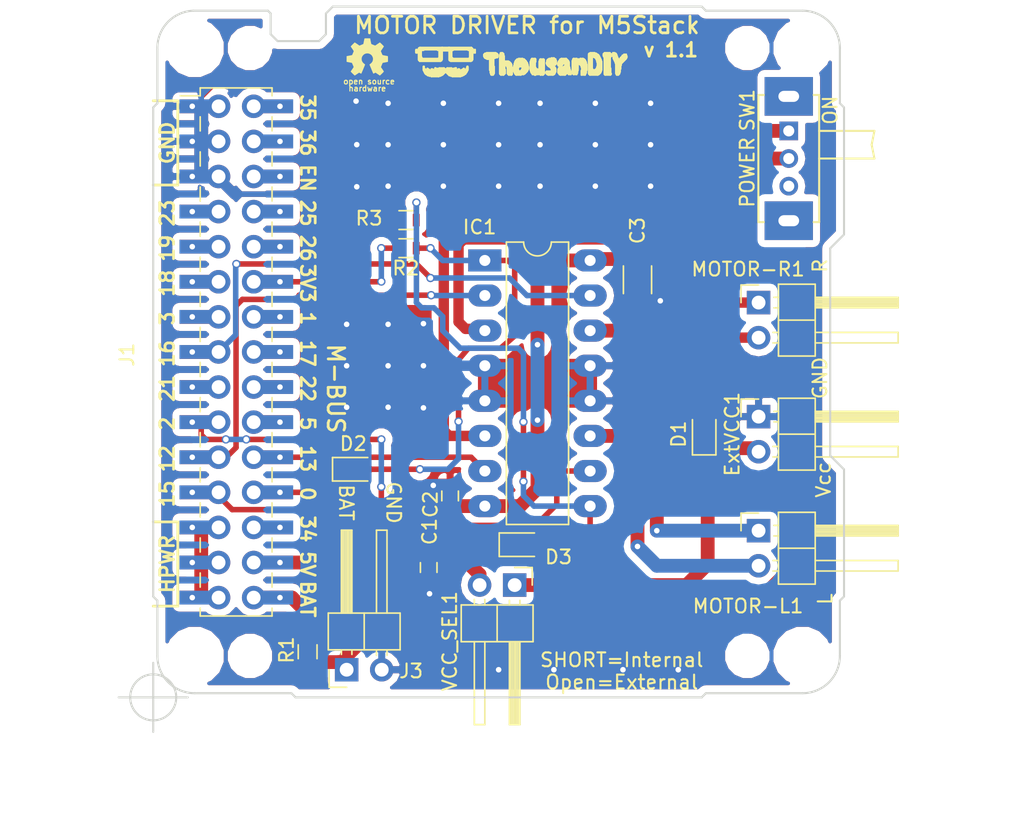
<source format=kicad_pcb>
(kicad_pcb (version 4) (host pcbnew 4.0.7)
  (title_block (title "Motor Driver for M5Stack") (date 2018-09-06) (rev v0.2))
  (layers (0 F.Cu signal) (31 B.Cu signal) (34 B.Paste user) (35 F.Paste user) (36 B.SilkS user) (37 F.SilkS user) (38 B.Mask user) (39 F.Mask user) (44 Edge.Cuts user))
  (net 0 "")
  (net 1 GND)
  (net 2 /+5V)
  (net 3 "Net-(J1-Pad2)")
  (net 4 "Net-(J1-Pad4)")
  (net 5 "Net-(J1-Pad8)")
  (net 6 "Net-(J1-Pad10)")
  (net 7 "Net-(J1-Pad13)")
  (net 8 "Net-(J1-Pad14)")
  (net 9 "Net-(J1-Pad17)")
  (net 10 "Net-(J1-Pad18)")
  (net 11 "Net-(J1-Pad25)")
  (net 12 "Net-(J1-Pad26)")
  (net 13 "Net-(J1-Pad30)")
  (net 14 /VCC)
  (net 15 IO0)
  (net 16 IO2)
  (net 17 IO12)
  (net 18 IO15)
  (net 19 "Net-(IC1-Pad3)")
  (net 20 "Net-(IC1-Pad11)")
  (net 21 "Net-(IC1-Pad6)")
  (net 22 "Net-(IC1-Pad14)")
  (net 23 IO13)
  (net 24 IO16)
  (net 25 "Net-(J1-Pad11)")
  (net 26 "Net-(J1-Pad9)")
  (net 27 "Net-(J1-Pad7)")
  (net 28 "Net-(J1-Pad6)")
  (net 29 "Net-(J1-Pad16)")
  (net 30 "Net-(J1-Pad20)")
  (net 31 "Net-(J3-Pad1)")
  (net 32 "Net-(D2-Pad2)")
  (net 33 "Net-(D3-Pad2)")
  (net 34 /+3.3V)
  (module Mounting_Holes:MountingHole_3.2mm_M3 (layer F.Cu) (at 107 130)
    (fp_text reference MK1 hide)
    (fp_text value Mounting_Hole)
    (pad 1 np_thru_hole circle (at 0 0) (size 3.2 3.2) (drill 3.2) (layers *.Cu *.Mask))
  )
  (module Capacitors_SMD:C_0603 (layer F.Cu) (at 123.939 123.602 270)
    (fp_text reference C1 (at -2.602 -0.061 270) (layer F.SilkS))
    (fp_text value 10uF)
    (pad 2 smd rect (at 0.75 0 270) (size 0.8 0.75) (layers F.Cu F.Paste F.Mask) (net 1 GND))
    (pad 1 smd rect (at -0.75 0 270) (size 0.8 0.75) (layers F.Cu F.Paste F.Mask) (net 2 /+5V))
  )
  (module Mounting_Holes:MountingHole_3.2mm_M3 (layer F.Cu) (at 107 86)
    (fp_text reference MK2 hide)
    (fp_text value Mounting_Hole)
    (pad 1 np_thru_hole circle (at 0 0) (size 3.2 3.2) (drill 3.2) (layers *.Cu *.Mask))
  )
  (module Mounting_Holes:MountingHole_3.2mm_M3 (layer F.Cu) (at 151 86)
    (fp_text reference MK3 hide)
    (fp_text value Mounting_Hole)
    (pad 1 np_thru_hole circle (at 0 0) (size 3.2 3.2) (drill 3.2) (layers *.Cu *.Mask))
  )
  (module Mounting_Holes:MountingHole_3.2mm_M3 (layer F.Cu) (at 151 130)
    (fp_text reference MK4 hide)
    (fp_text value Mounting_Hole)
    (pad 1 np_thru_hole circle (at 0 0) (size 3.2 3.2) (drill 3.2) (layers *.Cu *.Mask))
  )
  (module Mounting_Holes:MountingHole_2.2mm_M2 (layer F.Cu) (at 111 130)
    (fp_text reference MK5 hide)
    (fp_text value Mounting_Hole)
    (pad 1 np_thru_hole circle (at 0 0) (size 2.2 2.2) (drill 2.2) (layers *.Cu *.Mask))
  )
  (module Mounting_Holes:MountingHole_2.2mm_M2 (layer F.Cu) (at 111 86)
    (fp_text reference MK6 hide)
    (fp_text value Mounting_Hole)
    (pad 1 np_thru_hole circle (at 0 0) (size 2.2 2.2) (drill 2.2) (layers *.Cu *.Mask))
  )
  (module Mounting_Holes:MountingHole_2.2mm_M2 (layer F.Cu) (at 147 86)
    (fp_text reference MK7 hide)
    (fp_text value Mounting_Hole)
    (pad 1 np_thru_hole circle (at 0 0) (size 2.2 2.2) (drill 2.2) (layers *.Cu *.Mask))
  )
  (module Mounting_Holes:MountingHole_2.2mm_M2 (layer F.Cu) (at 147 130)
    (fp_text reference MK8 hide)
    (fp_text value Mounting_Hole)
    (pad 1 np_thru_hole circle (at 0 0) (size 2.2 2.2) (drill 2.2) (layers *.Cu *.Mask))
  )
  (module Pin_Headers:Pin_Header_Angled_1x02_Pitch2.54mm (layer F.Cu) (at 118 131 90)
    (fp_text reference J3 (at -0.095 4.669 180) (layer F.SilkS))
    (fp_text value Battery)
    (pad 1 thru_hole rect (at 0 0 90) (size 1.7 1.7) (drill 1) (layers *.Cu *.Mask) (net 31 "Net-(J3-Pad1)"))
    (pad 2 thru_hole oval (at 0 2.54 90) (size 1.7 1.7) (drill 1) (layers *.Cu *.Mask) (net 1 GND))
  )
  (module footprint:OSHW-logo_silkscreen-front_3mm (layer F.Cu) (at 119.494 86.645)
    (fp_text reference LOGO1 hide)
    (fp_text value OPEN_HARDWARE_1 hide)
  )
  (module Capacitors_SMD:C_1206 (layer F.Cu) (at 139.052 102.774 270)
    (fp_text reference C3 (at -3.556 0 270) (layer F.SilkS))
    (fp_text value 100uF)
    (pad 1 smd rect (at -1.5 0 270) (size 1 1.6) (layers F.Cu F.Paste F.Mask) (net 14 /VCC))
    (pad 2 smd rect (at 1.5 0 270) (size 1 1.6) (layers F.Cu F.Paste F.Mask) (net 1 GND))
  )
  (module Pin_Headers:Pin_Header_Angled_1x02_Pitch2.54mm (layer F.Cu) (at 147.815 112.68)
    (fp_text reference ExtVCC1 (at -1.905 1.27 90) (layer F.SilkS))
    (fp_text value Terminal_01X02_FEMALE)
    (pad 1 thru_hole rect (at 0 0) (size 1.7 1.7) (drill 1) (layers *.Cu *.Mask) (net 1 GND))
    (pad 2 thru_hole oval (at 0 2.54) (size 1.7 1.7) (drill 1) (layers *.Cu *.Mask) (net 14 /VCC))
  )
  (module Housings_DIP:DIP-16_W7.62mm_LongPads (layer F.Cu) (at 128.003 101.377)
    (fp_text reference IC1 (at -0.381 -2.413) (layer F.SilkS))
    (fp_text value L293D)
    (pad 1 thru_hole rect (at 0 0) (size 2.4 1.6) (drill 0.8) (layers *.Cu *.Mask) (net 32 "Net-(D2-Pad2)"))
    (pad 9 thru_hole oval (at 7.62 17.78) (size 2.4 1.6) (drill 0.8) (layers *.Cu *.Mask) (net 33 "Net-(D3-Pad2)"))
    (pad 2 thru_hole oval (at 0 2.54) (size 2.4 1.6) (drill 0.8) (layers *.Cu *.Mask) (net 17 IO12))
    (pad 10 thru_hole oval (at 7.62 15.24) (size 2.4 1.6) (drill 0.8) (layers *.Cu *.Mask) (net 16 IO2))
    (pad 3 thru_hole oval (at 0 5.08) (size 2.4 1.6) (drill 0.8) (layers *.Cu *.Mask) (net 19 "Net-(IC1-Pad3)"))
    (pad 11 thru_hole oval (at 7.62 12.7) (size 2.4 1.6) (drill 0.8) (layers *.Cu *.Mask) (net 20 "Net-(IC1-Pad11)"))
    (pad 4 thru_hole oval (at 0 7.62) (size 2.4 1.6) (drill 0.8) (layers *.Cu *.Mask) (net 1 GND))
    (pad 12 thru_hole oval (at 7.62 10.16) (size 2.4 1.6) (drill 0.8) (layers *.Cu *.Mask) (net 1 GND))
    (pad 5 thru_hole oval (at 0 10.16) (size 2.4 1.6) (drill 0.8) (layers *.Cu *.Mask) (net 1 GND))
    (pad 13 thru_hole oval (at 7.62 7.62) (size 2.4 1.6) (drill 0.8) (layers *.Cu *.Mask) (net 1 GND))
    (pad 6 thru_hole oval (at 0 12.7) (size 2.4 1.6) (drill 0.8) (layers *.Cu *.Mask) (net 21 "Net-(IC1-Pad6)"))
    (pad 14 thru_hole oval (at 7.62 5.08) (size 2.4 1.6) (drill 0.8) (layers *.Cu *.Mask) (net 22 "Net-(IC1-Pad14)"))
    (pad 7 thru_hole oval (at 0 15.24) (size 2.4 1.6) (drill 0.8) (layers *.Cu *.Mask) (net 23 IO13))
    (pad 15 thru_hole oval (at 7.62 2.54) (size 2.4 1.6) (drill 0.8) (layers *.Cu *.Mask) (net 24 IO16))
    (pad 8 thru_hole oval (at 0 17.78) (size 2.4 1.6) (drill 0.8) (layers *.Cu *.Mask) (net 14 /VCC))
    (pad 16 thru_hole oval (at 7.62 0) (size 2.4 1.6) (drill 0.8) (layers *.Cu *.Mask) (net 14 /VCC))
  )
  (module footprint:TDIY-LOGO-S (layer F.Cu) (at 122.669 88.423)
    (fp_text reference LOGO_TDIY1 hide)
    (fp_text value TDIY_LOGO hide)
  )
  (module Pin_Headers:Pin_Header_Angled_1x02_Pitch2.54mm (layer F.Cu) (at 147.815 120.935)
    (fp_text reference MOTOR-L1 (at -0.762 5.461) (layer F.SilkS))
    (fp_text value Terminal_01X02_FEMALE)
    (pad 1 thru_hole rect (at 0 0) (size 1.7 1.7) (drill 1) (layers *.Cu *.Mask) (net 22 "Net-(IC1-Pad14)"))
    (pad 2 thru_hole oval (at 0 2.54) (size 1.7 1.7) (drill 1) (layers *.Cu *.Mask) (net 20 "Net-(IC1-Pad11)"))
  )
  (module Pin_Headers:Pin_Header_Angled_1x02_Pitch2.54mm (layer F.Cu) (at 147.815 104.425)
    (fp_text reference MOTOR-R1 (at -0.762 -2.413 180) (layer F.SilkS))
    (fp_text value Terminal_01X02_FEMALE)
    (pad 1 thru_hole rect (at 0 0) (size 1.7 1.7) (drill 1) (layers *.Cu *.Mask) (net 21 "Net-(IC1-Pad6)"))
    (pad 2 thru_hole oval (at 0 2.54) (size 1.7 1.7) (drill 1) (layers *.Cu *.Mask) (net 19 "Net-(IC1-Pad3)"))
  )
  (module Capacitors_SMD:C_0603 (layer F.Cu) (at 125.4884 118.4204 90)
    (fp_text reference C2 (at -0.6096 -1.4224 90) (layer F.SilkS))
    (fp_text value 10uF)
    (pad 2 smd rect (at 0.75 0 90) (size 0.8 0.75) (layers F.Cu F.Paste F.Mask) (net 1 GND))
    (pad 1 smd rect (at -0.75 0 90) (size 0.8 0.75) (layers F.Cu F.Paste F.Mask) (net 14 /VCC))
  )
  (module Resistors_SMD:R_0603 (layer F.Cu) (at 115.176 129.698 270)
    (fp_text reference R1 (at -0.127 1.524 270) (layer F.SilkS))
    (fp_text value 0)
    (pad 1 smd rect (at -0.75 0 270) (size 0.5 0.9) (layers F.Cu F.Paste F.Mask) (net 13 "Net-(J1-Pad30)"))
    (pad 2 smd rect (at 0.75 0 270) (size 0.5 0.9) (layers F.Cu F.Paste F.Mask) (net 31 "Net-(J3-Pad1)"))
  )
  (module footprint:slide_switch_angled (layer F.Cu) (at 150 92)
    (fp_text reference SW1 (at -3 -1.5 90) (layer F.SilkS))
    (fp_text value SK-12D01-VG4)
    (pad GND thru_hole rect (at 0 6.5 90) (size 2.8 3.5) (drill oval 0.8 1.5) (layers *.Cu *.Mask))
    (pad 1 thru_hole rect (at 0 0) (size 1.35 1.35) (drill 0.8) (layers *.Cu *.Mask) (net 13 "Net-(J1-Pad30)"))
    (pad 2 thru_hole oval (at 0 2) (size 1.35 1.35) (drill 0.8) (layers *.Cu *.Mask) (net 31 "Net-(J3-Pad1)"))
    (pad 3 thru_hole oval (at 0 4) (size 1.35 1.35) (drill 0.8) (layers *.Cu *.Mask))
    (pad GND thru_hole rect (at 0 -2.5 90) (size 2.8 3.5) (drill oval 0.8 1.5) (layers *.Cu *.Mask))
  )
  (module Diodes_SMD:D_SOD-323 (layer F.Cu) (at 143.878 113.95 90)
    (fp_text reference D1 (at 0 -1.85 90) (layer F.SilkS))
    (fp_text value 1N4148)
    (pad 1 smd rect (at -1.05 0 90) (size 0.6 0.45) (layers F.Cu F.Paste F.Mask) (net 14 /VCC))
    (pad 2 smd rect (at 1.05 0 90) (size 0.6 0.45) (layers F.Cu F.Paste F.Mask) (net 1 GND))
  )
  (module Diodes_SMD:D_SOD-323 (layer F.Cu) (at 118.478 116.49)
    (fp_text reference D2 (at 0 -1.85) (layer F.SilkS))
    (fp_text value 1N4148)
    (pad 1 smd rect (at -1.05 0) (size 0.6 0.45) (layers F.Cu F.Paste F.Mask) (net 15 IO0))
    (pad 2 smd rect (at 1.05 0) (size 0.6 0.45) (layers F.Cu F.Paste F.Mask) (net 32 "Net-(D2-Pad2)"))
  )
  (module Diodes_SMD:D_SOD-323 (layer F.Cu) (at 130.543 121.951)
    (fp_text reference D3 (at 2.794 0.889) (layer F.SilkS))
    (fp_text value 1N4148)
    (pad 1 smd rect (at -1.05 0) (size 0.6 0.45) (layers F.Cu F.Paste F.Mask) (net 18 IO15))
    (pad 2 smd rect (at 1.05 0) (size 0.6 0.45) (layers F.Cu F.Paste F.Mask) (net 33 "Net-(D3-Pad2)"))
  )
  (module Resistors_SMD:R_0603 (layer F.Cu) (at 122.288 100.488 180)
    (fp_text reference R2 (at 0 -1.45 180) (layer F.SilkS))
    (fp_text value 10k)
    (pad 1 smd rect (at -0.75 0 180) (size 0.5 0.9) (layers F.Cu F.Paste F.Mask) (net 32 "Net-(D2-Pad2)"))
    (pad 2 smd rect (at 0.75 0 180) (size 0.5 0.9) (layers F.Cu F.Paste F.Mask) (net 34 /+3.3V))
  )
  (module Resistors_SMD:R_0603 (layer F.Cu) (at 122.288 98.456 180)
    (fp_text reference R3 (at 2.667 0.127 180) (layer F.SilkS))
    (fp_text value 10k)
    (pad 1 smd rect (at -0.75 0 180) (size 0.5 0.9) (layers F.Cu F.Paste F.Mask) (net 33 "Net-(D3-Pad2)"))
    (pad 2 smd rect (at 0.75 0 180) (size 0.5 0.9) (layers F.Cu F.Paste F.Mask) (net 34 /+3.3V))
  )
  (module Pin_Headers:Pin_Header_Angled_1x02_Pitch2.54mm (layer F.Cu) (at 130.162 124.872 270)
    (fp_text reference VCC_SEL1 (at 4.064 4.699 270) (layer F.SilkS))
    (fp_text value Terminal_01X02_FEMALE)
    (pad 1 thru_hole rect (at 0 0 270) (size 1.7 1.7) (drill 1) (layers *.Cu *.Mask) (net 14 /VCC))
    (pad 2 thru_hole oval (at 0 2.54 270) (size 1.7 1.7) (drill 1) (layers *.Cu *.Mask) (net 2 /+5V))
  )
  (module footprint:Pin_Header_MBUS_SMD_TH (layer F.Cu) (at 110 108)
    (fp_text reference J1 (at -7.9 0.2 270) (layer F.SilkS))
    (fp_text value M-BUS)
    (pad "" np_thru_hole circle (at 0 13.97) (size 0.8 0.8) (drill 0.8) (layers *.Cu *.Mask))
    (pad "" np_thru_hole circle (at 0 16.51) (size 1 1) (drill 1) (layers *.Cu *.Mask))
    (pad "" np_thru_hole circle (at 0 -13.97) (size 0.8 0.8) (drill 0.8) (layers *.Cu *.Mask))
    (pad 1 smd rect (at -2.525 -17.78) (size 3.15 1) (layers B.Cu B.Paste B.Mask) (net 1 GND))
    (pad 1 smd rect (at -2.525 -17.78) (size 3.15 1) (layers F.Cu F.Paste F.Mask) (net 1 GND))
    (pad 11 smd rect (at -2.525 -5.08) (size 3.15 1) (layers F.Cu F.Paste F.Mask) (net 25 "Net-(J1-Pad11)"))
    (pad 9 smd rect (at -2.525 -7.62) (size 3.15 1) (layers F.Cu F.Paste F.Mask) (net 26 "Net-(J1-Pad9)"))
    (pad 7 smd rect (at -2.525 -10.16) (size 3.15 1) (layers F.Cu F.Paste F.Mask) (net 27 "Net-(J1-Pad7)"))
    (pad 5 smd rect (at -2.525 -12.7) (size 3.15 1) (layers F.Cu F.Paste F.Mask) (net 1 GND))
    (pad 3 smd rect (at -2.525 -15.24) (size 3.15 1) (layers F.Cu F.Paste F.Mask) (net 1 GND))
    (pad 1 thru_hole circle (at -3.175 -17.78) (size 0.8 0.8) (drill 0.4) (layers *.Cu *.Mask) (net 1 GND))
    (pad 2 smd rect (at 2.525 -17.78) (size 3.15 1) (layers F.Cu F.Paste F.Mask) (net 3 "Net-(J1-Pad2)"))
    (pad 4 smd rect (at 2.525 -15.24) (size 3.15 1) (layers F.Cu F.Paste F.Mask) (net 4 "Net-(J1-Pad4)"))
    (pad 6 smd rect (at 2.525 -12.7) (size 3.15 1) (layers F.Cu F.Paste F.Mask) (net 28 "Net-(J1-Pad6)"))
    (pad 8 smd rect (at 2.525 -10.16) (size 3.15 1) (layers F.Cu F.Paste F.Mask) (net 5 "Net-(J1-Pad8)"))
    (pad 10 smd rect (at 2.525 -7.62) (size 3.15 1) (layers F.Cu F.Paste F.Mask) (net 6 "Net-(J1-Pad10)"))
    (pad 12 smd rect (at 2.525 -5.08) (size 3.15 1) (layers F.Cu F.Paste F.Mask) (net 34 /+3.3V))
    (pad 13 smd rect (at -2.525 -2.54) (size 3.15 1) (layers F.Cu F.Paste F.Mask) (net 7 "Net-(J1-Pad13)"))
    (pad 14 smd rect (at 2.525 -2.54) (size 3.15 1) (layers F.Cu F.Paste F.Mask) (net 8 "Net-(J1-Pad14)"))
    (pad 15 smd rect (at -2.525 0) (size 3.15 1) (layers F.Cu F.Paste F.Mask) (net 24 IO16))
    (pad 16 smd rect (at 2.525 0) (size 3.15 1) (layers F.Cu F.Paste F.Mask) (net 29 "Net-(J1-Pad16)"))
    (pad 17 smd rect (at -2.525 2.54) (size 3.15 1) (layers F.Cu F.Paste F.Mask) (net 9 "Net-(J1-Pad17)"))
    (pad 18 smd rect (at 2.525 2.54) (size 3.15 1) (layers F.Cu F.Paste F.Mask) (net 10 "Net-(J1-Pad18)"))
    (pad 19 smd rect (at -2.525 5.08) (size 3.15 1) (layers F.Cu F.Paste F.Mask) (net 16 IO2))
    (pad 20 smd rect (at 2.525 5.08) (size 3.15 1) (layers F.Cu F.Paste F.Mask) (net 30 "Net-(J1-Pad20)"))
    (pad 21 smd rect (at -2.525 7.62) (size 3.15 1) (layers F.Cu F.Paste F.Mask) (net 17 IO12))
    (pad 22 smd rect (at 2.525 7.62) (size 3.15 1) (layers F.Cu F.Paste F.Mask) (net 23 IO13))
    (pad 23 smd rect (at -2.525 10.16) (size 3.15 1) (layers F.Cu F.Paste F.Mask) (net 18 IO15))
    (pad 24 smd rect (at 2.525 10.16) (size 3.15 1) (layers F.Cu F.Paste F.Mask) (net 15 IO0))
    (pad 25 smd rect (at -2.525 12.7) (size 3.15 1) (layers F.Cu F.Paste F.Mask) (net 11 "Net-(J1-Pad25)"))
    (pad 26 smd rect (at 2.525 12.7) (size 3.15 1) (layers F.Cu F.Paste F.Mask) (net 12 "Net-(J1-Pad26)"))
    (pad 27 smd rect (at -2.525 15.24) (size 3.15 1) (layers F.Cu F.Paste F.Mask) (net 11 "Net-(J1-Pad25)"))
    (pad 28 smd rect (at 2.525 15.24) (size 3.15 1) (layers F.Cu F.Paste F.Mask) (net 2 /+5V))
    (pad 29 smd rect (at -2.525 17.78) (size 3.15 1) (layers F.Cu F.Paste F.Mask) (net 11 "Net-(J1-Pad25)"))
    (pad 30 smd rect (at 2.525 17.78) (size 3.15 1) (layers F.Cu F.Paste F.Mask) (net 13 "Net-(J1-Pad30)"))
    (pad 2 smd rect (at 2.555 -17.78) (size 3.15 1) (layers B.Cu B.Paste B.Mask) (net 3 "Net-(J1-Pad2)"))
    (pad 3 smd rect (at -2.525 -15.24) (size 3.15 1) (layers B.Cu B.Paste B.Mask) (net 1 GND))
    (pad 4 smd rect (at 2.555 -15.24) (size 3.15 1) (layers B.Cu B.Paste B.Mask) (net 4 "Net-(J1-Pad4)"))
    (pad 5 smd rect (at -2.525 -12.7) (size 3.15 1) (layers B.Cu B.Paste B.Mask) (net 1 GND))
    (pad 6 smd rect (at 2.555 -12.7) (size 3.15 1) (layers B.Cu B.Paste B.Mask) (net 28 "Net-(J1-Pad6)"))
    (pad 7 smd rect (at -2.525 -10.16) (size 3.15 1) (layers B.Cu B.Paste B.Mask) (net 27 "Net-(J1-Pad7)"))
    (pad 8 smd rect (at 2.555 -10.16) (size 3.15 1) (layers B.Cu B.Paste B.Mask) (net 5 "Net-(J1-Pad8)"))
    (pad 9 smd rect (at -2.525 -7.62) (size 3.15 1) (layers B.Cu B.Paste B.Mask) (net 26 "Net-(J1-Pad9)"))
    (pad 10 smd rect (at 2.555 -7.62) (size 3.15 1) (layers B.Cu B.Paste B.Mask) (net 6 "Net-(J1-Pad10)"))
    (pad 11 smd rect (at -2.525 -5.08) (size 3.15 1) (layers B.Cu B.Paste B.Mask) (net 25 "Net-(J1-Pad11)"))
    (pad 12 smd rect (at 2.555 -5.08) (size 3.15 1) (layers B.Cu B.Paste B.Mask) (net 34 /+3.3V))
    (pad 13 smd rect (at -2.525 -2.54) (size 3.15 1) (layers B.Cu B.Paste B.Mask) (net 7 "Net-(J1-Pad13)"))
    (pad 14 smd rect (at 2.555 -2.54) (size 3.15 1) (layers B.Cu B.Paste B.Mask) (net 8 "Net-(J1-Pad14)"))
    (pad 15 smd rect (at -2.525 0) (size 3.15 1) (layers B.Cu B.Paste B.Mask) (net 24 IO16))
    (pad 16 smd rect (at 2.555 0) (size 3.15 1) (layers B.Cu B.Paste B.Mask) (net 29 "Net-(J1-Pad16)"))
    (pad 17 smd rect (at -2.525 2.54) (size 3.15 1) (layers B.Cu B.Paste B.Mask) (net 9 "Net-(J1-Pad17)"))
    (pad 18 smd rect (at 2.555 2.54) (size 3.15 1) (layers B.Cu B.Paste B.Mask) (net 10 "Net-(J1-Pad18)"))
    (pad 19 smd rect (at -2.525 5.08) (size 3.15 1) (layers B.Cu B.Paste B.Mask) (net 16 IO2))
    (pad 20 smd rect (at 2.555 5.08) (size 3.15 1) (layers B.Cu B.Paste B.Mask) (net 30 "Net-(J1-Pad20)"))
    (pad 21 smd rect (at -2.525 7.62) (size 3.15 1) (layers B.Cu B.Paste B.Mask) (net 17 IO12))
    (pad 22 smd rect (at 2.555 7.62) (size 3.15 1) (layers B.Cu B.Paste B.Mask) (net 23 IO13))
    (pad 23 smd rect (at -2.525 10.16) (size 3.15 1) (layers B.Cu B.Paste B.Mask) (net 18 IO15))
    (pad 24 smd rect (at 2.555 10.16) (size 3.15 1) (layers B.Cu B.Paste B.Mask) (net 15 IO0))
    (pad 25 smd rect (at -2.525 12.7) (size 3.15 1) (layers B.Cu B.Paste B.Mask) (net 11 "Net-(J1-Pad25)"))
    (pad 26 smd rect (at 2.555 12.7) (size 3.15 1) (layers B.Cu B.Paste B.Mask) (net 12 "Net-(J1-Pad26)"))
    (pad 27 smd rect (at -2.525 15.24) (size 3.15 1) (layers B.Cu B.Paste B.Mask) (net 11 "Net-(J1-Pad25)"))
    (pad 28 smd rect (at 2.555 15.24) (size 3.15 1) (layers B.Cu B.Paste B.Mask) (net 2 /+5V))
    (pad 29 smd rect (at -2.525 17.78) (size 3.15 1) (layers B.Cu B.Paste B.Mask) (net 11 "Net-(J1-Pad25)"))
    (pad 30 smd rect (at 2.555 17.78) (size 3.15 1) (layers B.Cu B.Paste B.Mask) (net 13 "Net-(J1-Pad30)"))
    (pad 3 thru_hole circle (at -3.175 -15.24) (size 0.8 0.8) (drill 0.4) (layers *.Cu *.Mask) (net 1 GND))
    (pad 5 thru_hole circle (at -3.175 -12.7) (size 0.8 0.8) (drill 0.4) (layers *.Cu *.Mask) (net 1 GND))
    (pad 7 thru_hole circle (at -3.175 -10.16) (size 0.8 0.8) (drill 0.4) (layers *.Cu *.Mask) (net 27 "Net-(J1-Pad7)"))
    (pad 9 thru_hole circle (at -3.175 -7.62) (size 0.8 0.8) (drill 0.4) (layers *.Cu *.Mask) (net 26 "Net-(J1-Pad9)"))
    (pad 11 thru_hole circle (at -3.175 -5.08) (size 0.8 0.8) (drill 0.4) (layers *.Cu *.Mask) (net 25 "Net-(J1-Pad11)"))
    (pad 13 thru_hole circle (at -3.175 -2.54) (size 0.8 0.8) (drill 0.4) (layers *.Cu *.Mask) (net 7 "Net-(J1-Pad13)"))
    (pad 15 thru_hole circle (at -3.175 0) (size 0.8 0.8) (drill 0.4) (layers *.Cu *.Mask) (net 24 IO16))
    (pad 17 thru_hole circle (at -3.175 2.54) (size 0.8 0.8) (drill 0.4) (layers *.Cu *.Mask) (net 9 "Net-(J1-Pad17)"))
    (pad 19 thru_hole circle (at -3.175 5.08) (size 0.8 0.8) (drill 0.4) (layers *.Cu *.Mask) (net 16 IO2))
    (pad 21 thru_hole circle (at -3.175 7.62) (size 0.8 0.8) (drill 0.4) (layers *.Cu *.Mask) (net 17 IO12))
    (pad 23 thru_hole circle (at -3.175 10.16) (size 0.8 0.8) (drill 0.4) (layers *.Cu *.Mask) (net 18 IO15))
    (pad 25 thru_hole circle (at -3.175 12.7) (size 0.8 0.8) (drill 0.4) (layers *.Cu *.Mask) (net 11 "Net-(J1-Pad25)"))
    (pad 27 thru_hole circle (at -3.175 15.24) (size 0.8 0.8) (drill 0.4) (layers *.Cu *.Mask) (net 11 "Net-(J1-Pad25)"))
    (pad 29 thru_hole circle (at -3.175 17.78) (size 0.8 0.8) (drill 0.4) (layers *.Cu *.Mask) (net 11 "Net-(J1-Pad25)"))
    (pad 2 thru_hole circle (at 3.175 -17.78) (size 0.8 0.8) (drill 0.4) (layers *.Cu *.Mask) (net 3 "Net-(J1-Pad2)"))
    (pad 4 thru_hole circle (at 3.175 -15.24) (size 0.8 0.8) (drill 0.4) (layers *.Cu *.Mask) (net 4 "Net-(J1-Pad4)"))
    (pad 6 thru_hole circle (at 3.175 -12.7) (size 0.8 0.8) (drill 0.4) (layers *.Cu *.Mask) (net 28 "Net-(J1-Pad6)"))
    (pad 8 thru_hole circle (at 3.175 -10.16) (size 0.8 0.8) (drill 0.4) (layers *.Cu *.Mask) (net 5 "Net-(J1-Pad8)"))
    (pad 10 thru_hole circle (at 3.175 -7.62) (size 0.8 0.8) (drill 0.4) (layers *.Cu *.Mask) (net 6 "Net-(J1-Pad10)"))
    (pad 12 thru_hole circle (at 3.175 -5.08) (size 0.8 0.8) (drill 0.4) (layers *.Cu *.Mask) (net 34 /+3.3V))
    (pad 14 thru_hole circle (at 3.175 -2.54) (size 0.8 0.8) (drill 0.4) (layers *.Cu *.Mask) (net 8 "Net-(J1-Pad14)"))
    (pad 16 thru_hole circle (at 3.175 0) (size 0.8 0.8) (drill 0.4) (layers *.Cu *.Mask) (net 29 "Net-(J1-Pad16)"))
    (pad 18 thru_hole circle (at 3.175 2.54) (size 0.8 0.8) (drill 0.4) (layers *.Cu *.Mask) (net 10 "Net-(J1-Pad18)"))
    (pad 20 thru_hole circle (at 3.175 5.08) (size 0.8 0.8) (drill 0.4) (layers *.Cu *.Mask) (net 30 "Net-(J1-Pad20)"))
    (pad 22 thru_hole circle (at 3.175 7.62) (size 0.8 0.8) (drill 0.4) (layers *.Cu *.Mask) (net 23 IO13))
    (pad 24 thru_hole circle (at 3.175 10.16) (size 0.8 0.8) (drill 0.4) (layers *.Cu *.Mask) (net 15 IO0))
    (pad 26 thru_hole circle (at 3.175 12.7) (size 0.8 0.8) (drill 0.4) (layers *.Cu *.Mask) (net 12 "Net-(J1-Pad26)"))
    (pad 28 thru_hole circle (at 3.175 15.24) (size 0.8 0.8) (drill 0.4) (layers *.Cu *.Mask) (net 2 /+5V))
    (pad 30 thru_hole circle (at 3.175 17.78) (size 0.8 0.8) (drill 0.4) (layers *.Cu *.Mask) (net 13 "Net-(J1-Pad30)"))
    (pad "" np_thru_hole circle (at 0 -16.51) (size 1 1) (drill 1) (layers *.Cu *.Mask))
    (pad 1 thru_hole circle (at -1.27 -17.78) (size 1.7 1.7) (drill 1) (layers *.Cu *.Mask) (net 1 GND))
    (pad 2 thru_hole circle (at 1.27 -17.78) (size 1.7 1.7) (drill 1) (layers *.Cu *.Mask) (net 3 "Net-(J1-Pad2)"))
    (pad 3 thru_hole circle (at -1.27 -15.24) (size 1.7 1.7) (drill 1) (layers *.Cu *.Mask) (net 1 GND))
    (pad 4 thru_hole circle (at 1.27 -15.24) (size 1.7 1.7) (drill 1) (layers *.Cu *.Mask) (net 4 "Net-(J1-Pad4)"))
    (pad 5 thru_hole circle (at -1.27 -12.7) (size 1.7 1.7) (drill 1) (layers *.Cu *.Mask) (net 1 GND))
    (pad 6 thru_hole circle (at 1.27 -12.7) (size 1.7 1.7) (drill 1) (layers *.Cu *.Mask) (net 28 "Net-(J1-Pad6)"))
    (pad 7 thru_hole circle (at -1.27 -10.16) (size 1.7 1.7) (drill 1) (layers *.Cu *.Mask) (net 27 "Net-(J1-Pad7)"))
    (pad 8 thru_hole circle (at 1.27 -10.16) (size 1.7 1.7) (drill 1) (layers *.Cu *.Mask) (net 5 "Net-(J1-Pad8)"))
    (pad 9 thru_hole circle (at -1.27 -7.62) (size 1.7 1.7) (drill 1) (layers *.Cu *.Mask) (net 26 "Net-(J1-Pad9)"))
    (pad 10 thru_hole circle (at 1.27 -7.62) (size 1.7 1.7) (drill 1) (layers *.Cu *.Mask) (net 6 "Net-(J1-Pad10)"))
    (pad 11 thru_hole circle (at -1.27 -5.08) (size 1.7 1.7) (drill 1) (layers *.Cu *.Mask) (net 25 "Net-(J1-Pad11)"))
    (pad 12 thru_hole circle (at 1.27 -5.08) (size 1.7 1.7) (drill 1) (layers *.Cu *.Mask) (net 34 /+3.3V))
    (pad 13 thru_hole circle (at -1.27 -2.54) (size 1.7 1.7) (drill 1) (layers *.Cu *.Mask) (net 7 "Net-(J1-Pad13)"))
    (pad 14 thru_hole circle (at 1.27 -2.54) (size 1.7 1.7) (drill 1) (layers *.Cu *.Mask) (net 8 "Net-(J1-Pad14)"))
    (pad 15 thru_hole circle (at -1.27 0) (size 1.7 1.7) (drill 1) (layers *.Cu *.Mask) (net 24 IO16))
    (pad 16 thru_hole circle (at 1.27 0) (size 1.7 1.7) (drill 1) (layers *.Cu *.Mask) (net 29 "Net-(J1-Pad16)"))
    (pad 17 thru_hole circle (at -1.27 2.54) (size 1.7 1.7) (drill 1) (layers *.Cu *.Mask) (net 9 "Net-(J1-Pad17)"))
    (pad 18 thru_hole circle (at 1.27 2.54) (size 1.7 1.7) (drill 1) (layers *.Cu *.Mask) (net 10 "Net-(J1-Pad18)"))
    (pad 19 thru_hole circle (at -1.27 5.08) (size 1.7 1.7) (drill 1) (layers *.Cu *.Mask) (net 16 IO2))
    (pad 20 thru_hole circle (at 1.27 5.08) (size 1.7 1.7) (drill 1) (layers *.Cu *.Mask) (net 30 "Net-(J1-Pad20)"))
    (pad 21 thru_hole circle (at -1.27 7.62) (size 1.7 1.7) (drill 1) (layers *.Cu *.Mask) (net 17 IO12))
    (pad 22 thru_hole circle (at 1.27 7.62) (size 1.7 1.7) (drill 1) (layers *.Cu *.Mask) (net 23 IO13))
    (pad 23 thru_hole circle (at -1.27 10.16) (size 1.7 1.7) (drill 1) (layers *.Cu *.Mask) (net 18 IO15))
    (pad 24 thru_hole circle (at 1.27 10.16) (size 1.7 1.7) (drill 1) (layers *.Cu *.Mask) (net 15 IO0))
    (pad 25 thru_hole circle (at -1.27 12.7) (size 1.7 1.7) (drill 1) (layers *.Cu *.Mask) (net 11 "Net-(J1-Pad25)"))
    (pad 26 thru_hole circle (at 1.27 12.7) (size 1.7 1.7) (drill 1) (layers *.Cu *.Mask) (net 12 "Net-(J1-Pad26)"))
    (pad 27 thru_hole circle (at -1.27 15.24) (size 1.7 1.7) (drill 1) (layers *.Cu *.Mask) (net 11 "Net-(J1-Pad25)"))
    (pad 28 thru_hole circle (at 1.27 15.24) (size 1.7 1.7) (drill 1) (layers *.Cu *.Mask) (net 2 /+5V))
    (pad 29 thru_hole circle (at -1.27 17.78) (size 1.7 1.7) (drill 1) (layers *.Cu *.Mask) (net 11 "Net-(J1-Pad25)"))
    (pad 30 thru_hole circle (at 1.27 17.78) (size 1.7 1.7) (drill 1) (layers *.Cu *.Mask) (net 13 "Net-(J1-Pad30)"))
  )
  (gr_line (start 143.7 83) (end 117 83) (angle 90) (layer Edge.Cuts) (width 0.15))
  (gr_line (start 154 90.3) (end 154 99.5) (angle 90) (layer Edge.Cuts) (width 0.15))
  (gr_line (start 144 83.3) (end 143.7 83) (angle 90) (layer Edge.Cuts) (width 0.15))
  (gr_line (start 151 83.3) (end 144 83.3) (angle 90) (layer Edge.Cuts) (width 0.15))
  (gr_line (start 153.7 90) (end 154 90.3) (angle 90) (layer Edge.Cuts) (width 0.15))
  (gr_line (start 153.7 86) (end 153.7 90) (angle 90) (layer Edge.Cuts) (width 0.15))
  (gr_arc (start 151 86) (end 151 83.3) (angle 90) (layer Edge.Cuts) (width 0.15))
  (gr_line (start 154 125.7) (end 154 116.5) (angle 90) (layer Edge.Cuts) (width 0.15))
  (gr_line (start 143.7 133) (end 114.3 133) (angle 90) (layer Edge.Cuts) (width 0.15))
  (gr_line (start 153.7 126) (end 154 125.7) (angle 90) (layer Edge.Cuts) (width 0.15))
  (gr_line (start 153.7 130) (end 153.7 126) (angle 90) (layer Edge.Cuts) (width 0.15))
  (gr_line (start 144 132.7) (end 143.7 133) (angle 90) (layer Edge.Cuts) (width 0.15))
  (gr_line (start 151 132.7) (end 144 132.7) (angle 90) (layer Edge.Cuts) (width 0.15))
  (gr_arc (start 151 130) (end 153.7 130) (angle 90) (layer Edge.Cuts) (width 0.15))
  (gr_line (start 104 90.3) (end 104 125.7) (angle 90) (layer Edge.Cuts) (width 0.15))
  (gr_line (start 104.3 126) (end 104 125.7) (angle 90) (layer Edge.Cuts) (width 0.15))
  (gr_line (start 104.3 130) (end 104.3 126) (angle 90) (layer Edge.Cuts) (width 0.15))
  (gr_line (start 114 132.7) (end 114.3 133) (angle 90) (layer Edge.Cuts) (width 0.15))
  (gr_line (start 107 132.7) (end 114 132.7) (angle 90) (layer Edge.Cuts) (width 0.15))
  (gr_arc (start 107 130) (end 107 132.7) (angle 90) (layer Edge.Cuts) (width 0.15))
  (gr_line (start 104.3 90) (end 104 90.3) (angle 90) (layer Edge.Cuts) (width 0.15))
  (gr_line (start 104.3 86.1) (end 104.3 90) (angle 90) (layer Edge.Cuts) (width 0.15))
  (gr_line (start 112.3 83.3) (end 112.5 83.5) (angle 90) (layer Edge.Cuts) (width 0.15))
  (gr_line (start 106.9 83.3) (end 112.3 83.3) (angle 90) (layer Edge.Cuts) (width 0.15))
  (gr_arc (start 107 86) (end 104.3 86.1) (angle 90) (layer Edge.Cuts) (width 0.15))
  (target plus (at 104 133) (size 5) (width 0.15) (layer Edge.Cuts))
  (gr_text L (at 152.641 125.888 90) (layer F.SilkS) (effects (font (size 1 1))))
  (gr_text R (at 152.26 101.758 90) (layer F.SilkS) (effects (font (size 1 1))))
  (gr_text ON (at 153 90.5 90) (layer F.SilkS) (effects (font (size 1 1))))
  (gr_text POWER (at 147 95 90) (layer F.SilkS) (effects (font (size 1 1))))
  (gr_text "SHORT=Internal\nOpen=External" (at 137.909 131.095) (layer F.SilkS) (effects (font (size 1 1))))
  (gr_text GND (at 121.399 118.903 270) (layer F.SilkS) (effects (font (size 1 1))))
  (gr_text BAT (at 117.97 118.903 270) (layer F.SilkS) (effects (font (size 1 1))))
  (gr_text Vcc (at 152.514 117.252 90) (layer F.SilkS) (effects (font (size 1 1))))
  (gr_text GND (at 152.26 109.886 90) (layer F.SilkS) (effects (font (size 1 1))))
  (gr_line (start 153 115.5) (end 154 116.5) (angle 90) (layer Edge.Cuts) (width 0.15))
  (gr_line (start 153 100.5) (end 153 115.5) (angle 90) (layer Edge.Cuts) (width 0.15))
  (gr_line (start 154 99.5) (end 153 100.5) (angle 90) (layer Edge.Cuts) (width 0.15))
  (gr_text hardware (at 119.494 88.931) (layer F.SilkS) (effects (font (size 0.4 0.4) (thickness 0.08))))
  (gr_text "open source" (at 119.621 88.423) (layer F.SilkS) (effects (font (size 0.4 0.4) (thickness 0.08))))
  (gr_text "v 1.1" (at 141.465 86.137) (layer F.SilkS) (effects (font (size 1 1) (thickness 0.2))))
  (gr_text M-BUS (at 117.208 110.648 270) (layer F.SilkS) (effects (font (size 1.2 1.2) (thickness 0.2))))
  (gr_text "MOTOR DRIVER for M5Stack" (at 131.051 84.359) (layer F.SilkS) (effects (font (size 1.2 1.2) (thickness 0.2))))
  (gr_text BAT (at 115.176 125.888 270) (layer F.SilkS) (effects (font (size 1 1) (thickness 0.2))))
  (gr_text 5V (at 115.176 123.348 270) (layer F.SilkS) (effects (font (size 1 1) (thickness 0.2))))
  (gr_text 34 (at 115.176 120.808 270) (layer F.SilkS) (effects (font (size 1 1) (thickness 0.2))))
  (gr_text 0 (at 115.176 118.268 270) (layer F.SilkS) (effects (font (size 1 1) (thickness 0.2))))
  (gr_text 13 (at 115.176 115.728 270) (layer F.SilkS) (effects (font (size 1 1) (thickness 0.2))))
  (gr_text 5 (at 115.176 113.188 270) (layer F.SilkS) (effects (font (size 1 1) (thickness 0.2))))
  (gr_text 22 (at 115.176 110.648 270) (layer F.SilkS) (effects (font (size 1 1) (thickness 0.2))))
  (gr_text 17 (at 115.176 108.108 270) (layer F.SilkS) (effects (font (size 1 1) (thickness 0.2))))
  (gr_text 1 (at 115.176 105.568 270) (layer F.SilkS) (effects (font (size 1 1) (thickness 0.2))))
  (gr_text 3V3 (at 115.176 103.028 270) (layer F.SilkS) (effects (font (size 1 1) (thickness 0.2))))
  (gr_text 26 (at 115.176 100.488 270) (layer F.SilkS) (effects (font (size 1 1) (thickness 0.2))))
  (gr_text 25 (at 115.176 97.948 270) (layer F.SilkS) (effects (font (size 1 1) (thickness 0.2))))
  (gr_text EN (at 115.176 95.408 270) (layer F.SilkS) (effects (font (size 1 1) (thickness 0.2))))
  (gr_text 36 (at 115.176 92.868 270) (layer F.SilkS) (effects (font (size 1 1) (thickness 0.2))))
  (gr_text 35 (at 115.176 90.328 270) (layer F.SilkS) (effects (font (size 1 1) (thickness 0.2))))
  (gr_line (start 105.778 126.396) (end 104 126.396) (angle 90) (layer F.SilkS) (width 0.2))
  (gr_line (start 105.778 120.3) (end 105.778 126.396) (angle 90) (layer F.SilkS) (width 0.2))
  (gr_line (start 104 120.3) (end 105.778 120.3) (angle 90) (layer F.SilkS) (width 0.2))
  (gr_line (start 105.778 89.82) (end 105.778 95.916) (angle 90) (layer F.SilkS) (width 0.2))
  (gr_line (start 105.778 95.916) (end 104 95.916) (angle 90) (layer F.SilkS) (width 0.2))
  (gr_line (start 104 89.82) (end 105.778 89.82) (angle 90) (layer F.SilkS) (width 0.2))
  (gr_text HPWR (at 105.016 123.348 90) (layer F.SilkS) (effects (font (size 1 1) (thickness 0.2))))
  (gr_text 15 (at 105.016 118.268 90) (layer F.SilkS) (effects (font (size 1 1) (thickness 0.2))))
  (gr_text 12 (at 105.016 115.728 90) (layer F.SilkS) (effects (font (size 1 1) (thickness 0.2))))
  (gr_text 2 (at 105.016 113.188 90) (layer F.SilkS) (effects (font (size 1 1) (thickness 0.2))))
  (gr_text 21 (at 105.016 110.648 90) (layer F.SilkS) (effects (font (size 1 1) (thickness 0.2))))
  (gr_text 16 (at 105.016 108.108 90) (layer F.SilkS) (effects (font (size 1 1) (thickness 0.2))))
  (gr_text 3 (at 105.016 105.568 90) (layer F.SilkS) (effects (font (size 1 1) (thickness 0.2))))
  (gr_text 18 (at 105.016 103.028 90) (layer F.SilkS) (effects (font (size 1 1) (thickness 0.2))))
  (gr_text 19 (at 105.016 100.488 90) (layer F.SilkS) (effects (font (size 1 1) (thickness 0.2))))
  (gr_text 23 (at 105.016 97.948 90) (layer F.SilkS) (effects (font (size 1 1) (thickness 0.2))))
  (gr_text GND (at 105.016 92.868 90) (layer F.SilkS) (effects (font (size 1 1) (thickness 0.2))))
  (gr_line (start 116 85.5) (end 116.5 85) (angle 90) (layer Edge.Cuts) (width 0.15))
  (gr_line (start 112.5 85) (end 113 85.5) (angle 90) (layer Edge.Cuts) (width 0.15))
  (gr_line (start 116.5 85) (end 116.5 83.5) (angle 90) (layer Edge.Cuts) (width 0.15))
  (gr_line (start 113 85.5) (end 116 85.5) (angle 90) (layer Edge.Cuts) (width 0.15))
  (gr_line (start 112.5 83.5) (end 112.5 85) (angle 90) (layer Edge.Cuts) (width 0.15))
  (gr_line (start 116.5 83.5) (end 117 83) (angle 90) (layer Edge.Cuts) (width 0.15))
  (segment (start 107.475 90.22) (end 107.475 92.76) (width 1) (layer B.Cu) (net 1))
  (segment (start 107.475 92.76) (end 107.475 95.3) (width 1) (layer B.Cu) (net 1))
  (segment (start 107.475 90.22) (end 107.475 92.76) (width 1) (layer F.Cu) (net 1))
  (segment (start 107.475 92.76) (end 107.475 95.3) (width 1) (layer F.Cu) (net 1))
  (segment (start 118.224 96.5764) (end 109.8674 96.5764) (width 0.4) (layer F.Cu) (net 1))
  (segment (start 118.732 96.043) (end 118.224 96.5764) (width 0.4) (layer F.Cu) (net 1))
  (segment (start 109.8674 96.5764) (end 108.591 95.3) (width 0.75) (layer F.Cu) (net 1))
  (segment (start 108.591 95.3) (end 107.475 95.3) (width 0.75) (layer F.Cu) (net 1))
  (segment (start 107.475 95.3) (end 108.591 95.3) (width 0.75) (layer B.Cu) (net 1))
  (segment (start 108.591 95.3) (end 109.8674 96.5764) (width 0.75) (layer B.Cu) (net 1))
  (segment (start 128.003 108.997) (end 115.6078 108.997) (width 0.75) (layer B.Cu) (net 1))
  (segment (start 115.1252 97.1352) (end 114.5664 96.5764) (width 0.75) (layer B.Cu) (net 1))
  (segment (start 115.1252 108.5144) (end 115.1252 97.1352) (width 0.75) (layer B.Cu) (net 1))
  (segment (start 115.6078 108.997) (end 115.1252 108.5144) (width 0.75) (layer B.Cu) (net 1))
  (segment (start 114.5664 96.5764) (end 109.8674 96.5764) (width 0.4) (layer B.Cu) (net 1))
  (segment (start 118.6812 89.8454) (end 118.6304 89.8454) (width 0.4) (layer B.Cu) (net 1))
  (segment (start 118.732 96.043) (end 118.732 92.995) (width 0.4) (layer F.Cu) (net 1))
  (via (at 118.732 92.995) (size 0.6) (drill 0.4) (layers F.Cu B.Cu) (net 1))
  (segment (start 118.732 89.8962) (end 118.732 92.995) (width 0.4) (layer B.Cu) (net 1))
  (segment (start 118.6812 89.8454) (end 118.732 89.8962) (width 0.4) (layer B.Cu) (net 1))
  (via (at 118.6812 89.8454) (size 0.6) (drill 0.4) (layers F.Cu B.Cu) (net 1))
  (segment (start 107.475 89.4184) (end 107.475 90.22) (width 0.4) (layer B.Cu) (net 1))
  (segment (start 108.9276 87.9658) (end 107.475 89.4184) (width 0.4) (layer B.Cu) (net 1))
  (segment (start 116.7508 87.9658) (end 108.9276 87.9658) (width 0.4) (layer B.Cu) (net 1))
  (segment (start 118.6304 89.8454) (end 116.7508 87.9658) (width 0.4) (layer B.Cu) (net 1))
  (segment (start 108.73 95.3) (end 107.475 95.3) (width 1) (layer B.Cu) (net 1))
  (segment (start 107.475 95.3) (end 108.718 95.3) (width 1) (layer F.Cu) (net 1))
  (segment (start 107.475 92.76) (end 105.251 92.76) (width 0.4) (layer F.Cu) (net 1))
  (segment (start 105.251 92.76) (end 104.889 93.122) (width 0.4) (layer F.Cu) (net 1))
  (segment (start 104.889 93.122) (end 104.889 95.027) (width 0.4) (layer F.Cu) (net 1))
  (segment (start 104.889 95.027) (end 105.162 95.3) (width 0.4) (layer F.Cu) (net 1))
  (segment (start 105.162 95.3) (end 107.475 95.3) (width 0.4) (layer F.Cu) (net 1))
  (segment (start 107.475 92.76) (end 105.251 92.76) (width 0.4) (layer B.Cu) (net 1))
  (segment (start 105.251 92.76) (end 104.889 93.122) (width 0.4) (layer B.Cu) (net 1))
  (segment (start 104.889 93.122) (end 104.889 95.027) (width 0.4) (layer B.Cu) (net 1))
  (segment (start 104.889 95.027) (end 105.162 95.3) (width 0.4) (layer B.Cu) (net 1))
  (segment (start 105.162 95.3) (end 107.475 95.3) (width 0.4) (layer B.Cu) (net 1))
  (segment (start 107.475 90.22) (end 107.475 89.525) (width 0.4) (layer F.Cu) (net 1))
  (segment (start 118.775 96) (end 121 96) (width 0.4) (layer B.Cu) (net 1))
  (segment (start 118.732 96.043) (end 118.775 96) (width 0.4) (layer B.Cu) (net 1))
  (via (at 118.732 96.043) (size 0.6) (drill 0.4) (layers F.Cu B.Cu) (net 1))
  (segment (start 107.475 89.525) (end 109 88) (width 0.4) (layer F.Cu) (net 1))
  (via (at 121 96) (size 0.6) (drill 0.4) (layers F.Cu B.Cu) (net 1))
  (segment (start 121 90) (end 121 93) (width 0.4) (layer B.Cu) (net 1))
  (via (at 121 93) (size 0.6) (drill 0.4) (layers F.Cu B.Cu) (net 1))
  (segment (start 121 93) (end 121 96) (width 0.4) (layer F.Cu) (net 1))
  (segment (start 109 88) (end 119 88) (width 0.4) (layer F.Cu) (net 1))
  (segment (start 119 88) (end 121 90) (width 0.4) (layer F.Cu) (net 1))
  (via (at 121 90) (size 0.6) (drill 0.4) (layers F.Cu B.Cu) (net 1))
  (segment (start 147.595 112.9) (end 147.815 112.68) (width 1) (layer F.Cu) (net 1))
  (segment (start 142 131) (end 138 131) (width 0.25) (layer F.Cu) (net 1))
  (via (at 129 131) (size 0.6) (drill 0.4) (layers F.Cu B.Cu) (net 1))
  (segment (start 129 131) (end 133 131) (width 0.25) (layer F.Cu) (net 1))
  (via (at 133 131) (size 0.6) (drill 0.4) (layers F.Cu B.Cu) (net 1))
  (segment (start 133 131) (end 138 131) (width 0.25) (layer B.Cu) (net 1))
  (via (at 138 131) (size 0.6) (drill 0.4) (layers F.Cu B.Cu) (net 1))
  (segment (start 129 131) (end 120.54 131) (width 0.25) (layer B.Cu) (net 1))
  (via (at 142 131) (size 0.6) (drill 0.4) (layers F.Cu B.Cu) (net 1))
  (segment (start 123.558 108.997) (end 123.558 112.045) (width 0.25) (layer F.Cu) (net 1))
  (via (at 123.558 112.045) (size 0.6) (drill 0.4) (layers F.Cu B.Cu) (net 1))
  (segment (start 121 109) (end 121 112) (width 0.25) (layer B.Cu) (net 1))
  (via (at 121 112) (size 0.6) (drill 0.4) (layers F.Cu B.Cu) (net 1))
  (segment (start 118 109) (end 118 112) (width 0.25) (layer F.Cu) (net 1))
  (via (at 118 112) (size 0.6) (drill 0.4) (layers F.Cu B.Cu) (net 1))
  (segment (start 121 109) (end 123.558 108.997) (width 0.25) (layer F.Cu) (net 1))
  (via (at 123.558 105.949) (size 0.6) (drill 0.4) (layers F.Cu B.Cu) (net 1))
  (segment (start 123.558 108.997) (end 123.558 105.949) (width 0.25) (layer B.Cu) (net 1))
  (via (at 123.558 108.997) (size 0.6) (drill 0.4) (layers F.Cu B.Cu) (net 1))
  (segment (start 121 109) (end 121 106) (width 0.25) (layer B.Cu) (net 1))
  (via (at 121 106) (size 0.6) (drill 0.4) (layers F.Cu B.Cu) (net 1))
  (segment (start 121 109) (end 118 109) (width 0.25) (layer F.Cu) (net 1))
  (via (at 118 106) (size 0.6) (drill 0.4) (layers F.Cu B.Cu) (net 1))
  (segment (start 118 109) (end 118 106) (width 0.25) (layer B.Cu) (net 1))
  (via (at 118 109) (size 0.6) (drill 0.4) (layers F.Cu B.Cu) (net 1))
  (segment (start 121.003 108.997) (end 121 109) (width 0.25) (layer B.Cu) (net 1))
  (via (at 121 109) (size 0.6) (drill 0.4) (layers F.Cu B.Cu) (net 1))
  (segment (start 128.003 108.997) (end 121.003 108.997) (width 0.25) (layer B.Cu) (net 1))
  (segment (start 140 96) (end 140 103.595) (width 0.25) (layer B.Cu) (net 1))
  (segment (start 140.679 104.274) (end 140.703 104.298) (width 0.25) (layer F.Cu) (net 1))
  (via (at 140.703 104.298) (size 0.6) (drill 0.4) (layers F.Cu B.Cu) (net 1))
  (segment (start 140.679 104.274) (end 139.052 104.274) (width 0.25) (layer F.Cu) (net 1))
  (segment (start 140 103.595) (end 140.703 104.298) (width 0.25) (layer B.Cu) (net 1))
  (segment (start 139 96) (end 140 96) (width 0.4) (layer B.Cu) (net 1))
  (segment (start 136 96) (end 139 96) (width 0.4) (layer B.Cu) (net 1))
  (via (at 136 96) (size 0.6) (drill 0.4) (layers F.Cu B.Cu) (net 1))
  (segment (start 136 93) (end 136 96) (width 0.4) (layer F.Cu) (net 1))
  (via (at 136 93) (size 0.6) (drill 0.4) (layers F.Cu B.Cu) (net 1))
  (segment (start 136 90) (end 136 93) (width 0.4) (layer B.Cu) (net 1))
  (via (at 136 90) (size 0.6) (drill 0.4) (layers F.Cu B.Cu) (net 1))
  (segment (start 132 90) (end 136 90) (width 0.4) (layer F.Cu) (net 1))
  (via (at 132 90) (size 0.6) (drill 0.4) (layers F.Cu B.Cu) (net 1))
  (segment (start 132 93) (end 132 90) (width 0.4) (layer B.Cu) (net 1))
  (via (at 132 93) (size 0.6) (drill 0.4) (layers F.Cu B.Cu) (net 1))
  (segment (start 132 96) (end 132 93) (width 0.4) (layer F.Cu) (net 1))
  (via (at 132 96) (size 0.6) (drill 0.4) (layers F.Cu B.Cu) (net 1))
  (segment (start 129 96) (end 132 96) (width 0.4) (layer B.Cu) (net 1))
  (via (at 129 96) (size 0.6) (drill 0.4) (layers F.Cu B.Cu) (net 1))
  (segment (start 129 93) (end 129 96) (width 0.4) (layer F.Cu) (net 1))
  (via (at 129 93) (size 0.6) (drill 0.4) (layers F.Cu B.Cu) (net 1))
  (segment (start 129 90) (end 129 93) (width 0.4) (layer B.Cu) (net 1))
  (via (at 129 90) (size 0.6) (drill 0.4) (layers F.Cu B.Cu) (net 1))
  (segment (start 125 90) (end 129 90) (width 0.4) (layer F.Cu) (net 1))
  (via (at 125 90) (size 0.6) (drill 0.4) (layers F.Cu B.Cu) (net 1))
  (segment (start 125 93) (end 125 90) (width 0.4) (layer B.Cu) (net 1))
  (via (at 125 93) (size 0.6) (drill 0.4) (layers F.Cu B.Cu) (net 1))
  (segment (start 125 96) (end 125 93) (width 0.4) (layer F.Cu) (net 1))
  (via (at 125 96) (size 0.6) (drill 0.4) (layers F.Cu B.Cu) (net 1))
  (segment (start 121 96) (end 125 96) (width 0.4) (layer B.Cu) (net 1))
  (via (at 140 90) (size 0.6) (drill 0.4) (layers F.Cu B.Cu) (net 1))
  (segment (start 140 93) (end 140 90) (width 0.25) (layer B.Cu) (net 1))
  (via (at 140 93) (size 0.6) (drill 0.4) (layers F.Cu B.Cu) (net 1))
  (segment (start 140 96) (end 140 93) (width 0.25) (layer F.Cu) (net 1))
  (via (at 140 96) (size 0.6) (drill 0.4) (layers F.Cu B.Cu) (net 1))
  (segment (start 125.4884 117.6704) (end 124.2812 117.6704) (width 1) (layer F.Cu) (net 1))
  (via (at 124.2692 117.6584) (size 0.6) (drill 0.4) (layers F.Cu B.Cu) (net 1))
  (segment (start 124.2812 117.6704) (end 124.2692 117.6584) (width 1) (layer F.Cu) (net 1))
  (segment (start 128.003 108.997) (end 128.003 111.537) (width 1) (layer F.Cu) (net 1))
  (segment (start 123.939 124.352) (end 123.939 125.439) (width 0.75) (layer F.Cu) (net 1))
  (via (at 124 125.5) (size 0.6) (drill 0.4) (layers F.Cu B.Cu) (net 1))
  (segment (start 123.939 125.439) (end 124 125.5) (width 0.75) (layer F.Cu) (net 1))
  (segment (start 135.623 108.997) (end 135.623 109.124) (width 1) (layer F.Cu) (net 1))
  (segment (start 135.623 109.124) (end 134.988 109.759) (width 1) (layer F.Cu) (net 1))
  (segment (start 134.988 109.759) (end 129.146 109.759) (width 1) (layer F.Cu) (net 1))
  (segment (start 129.146 109.759) (end 128.638 110.267) (width 1) (layer F.Cu) (net 1))
  (segment (start 128.003 108.997) (end 135.623 108.997) (width 1) (layer F.Cu) (net 1))
  (segment (start 128.003 108.997) (end 128.003 109.632) (width 1) (layer F.Cu) (net 1))
  (segment (start 128.003 109.632) (end 128.638 110.267) (width 1) (layer F.Cu) (net 1))
  (segment (start 128.638 110.267) (end 135.623 110.267) (width 1) (layer F.Cu) (net 1))
  (segment (start 135.623 108.997) (end 135.623 110.267) (width 1) (layer F.Cu) (net 1))
  (segment (start 135.623 110.267) (end 135.623 111.537) (width 1) (layer F.Cu) (net 1))
  (segment (start 135.623 111.537) (end 134.861 110.775) (width 1) (layer F.Cu) (net 1))
  (segment (start 134.861 110.775) (end 128.765 110.775) (width 1) (layer F.Cu) (net 1))
  (segment (start 128.765 110.775) (end 128.003 111.537) (width 1) (layer F.Cu) (net 1))
  (segment (start 135.623 111.537) (end 128.003 111.537) (width 1) (layer F.Cu) (net 1))
  (segment (start 107.475 90.22) (end 107.78 90.22) (width 0.25) (layer F.Cu) (net 1))
  (segment (start 123.939 122.852) (end 126.364 122.852) (width 1) (layer F.Cu) (net 2))
  (segment (start 126.364 122.852) (end 127.622 124.11) (width 1) (layer F.Cu) (net 2))
  (segment (start 127.622 124.11) (end 127.622 124.872) (width 1) (layer F.Cu) (net 2))
  (segment (start 123.939 122.852) (end 120.117 122.852) (width 1) (layer F.Cu) (net 2))
  (segment (start 119.729 123.24) (end 112.525 123.24) (width 1) (layer F.Cu) (net 2))
  (segment (start 120.117 122.852) (end 119.729 123.24) (width 1) (layer F.Cu) (net 2))
  (segment (start 107.475 123.24) (end 107.475 125.78) (width 1) (layer F.Cu) (net 11))
  (segment (start 107.475 120.7) (end 107.475 123.24) (width 1) (layer F.Cu) (net 11))
  (segment (start 146.037 101.377) (end 146.037 93.376) (width 1) (layer F.Cu) (net 13))
  (segment (start 149.72 124.11) (end 149.72 103.065002) (width 1) (layer F.Cu) (net 13))
  (segment (start 115.176 128.948) (end 116.966 127.158) (width 1) (layer F.Cu) (net 13))
  (segment (start 116.966 127.158) (end 144.64 127.158) (width 1) (layer F.Cu) (net 13))
  (segment (start 146.545 125.38) (end 148.45 125.38) (width 1) (layer F.Cu) (net 13))
  (segment (start 148.45 125.38) (end 149.72 124.11) (width 1) (layer F.Cu) (net 13))
  (segment (start 144.767 127.158) (end 146.545 125.38) (width 1) (layer F.Cu) (net 13))
  (segment (start 144.64 127.158) (end 144.767 127.158) (width 1) (layer F.Cu) (net 13))
  (segment (start 147.18 102.52) (end 146.037 101.377) (width 1) (layer F.Cu) (net 13))
  (segment (start 149.174998 102.52) (end 147.18 102.52) (width 1) (layer F.Cu) (net 13))
  (segment (start 149.72 103.065002) (end 149.174998 102.52) (width 1) (layer F.Cu) (net 13))
  (segment (start 147.413 92) (end 150 92) (width 1) (layer F.Cu) (net 13))
  (segment (start 146.037 93.376) (end 147.413 92) (width 1) (layer F.Cu) (net 13))
  (segment (start 115.176 128.948) (end 115.176 126.904) (width 1) (layer F.Cu) (net 13))
  (segment (start 115.176 126.904) (end 114.052 125.78) (width 1) (layer F.Cu) (net 13))
  (segment (start 114.052 125.78) (end 112.525 125.78) (width 1) (layer F.Cu) (net 13))
  (segment (start 143.878 115) (end 143.404 115) (width 1) (layer F.Cu) (net 14))
  (segment (start 143.404 115) (end 141.846 113.442) (width 1) (layer F.Cu) (net 14))
  (segment (start 139.052 101.274) (end 141.108 101.274) (width 1) (layer F.Cu) (net 14))
  (segment (start 141.846 102.012) (end 141.846 113.442) (width 1) (layer F.Cu) (net 14))
  (segment (start 141.846 113.442) (end 141.846 113.696) (width 1) (layer F.Cu) (net 14))
  (segment (start 141.108 101.274) (end 141.846 102.012) (width 1) (layer F.Cu) (net 14))
  (segment (start 147.561 114.966) (end 144.132 114.966) (width 1) (layer F.Cu) (net 14))
  (segment (start 142.608 124.872) (end 144.132 123.348) (width 1) (layer F.Cu) (net 14))
  (segment (start 142.608 124.872) (end 130.162 124.872) (width 1) (layer F.Cu) (net 14))
  (segment (start 144.132 123.348) (end 144.132 115.22) (width 1) (layer F.Cu) (net 14))
  (segment (start 144.132 115.22) (end 144.132 114.966) (width 1) (layer F.Cu) (net 14))
  (segment (start 147.561 114.966) (end 147.815 115.22) (width 1) (layer F.Cu) (net 14))
  (segment (start 128.003 119.157) (end 125.5018 119.157) (width 1) (layer F.Cu) (net 14))
  (segment (start 125.5018 119.157) (end 125.4884 119.1704) (width 1) (layer F.Cu) (net 14))
  (segment (start 135.623 101.377) (end 133.083 101.377) (width 1) (layer F.Cu) (net 14))
  (segment (start 130.543 119.157) (end 131.813 117.887) (width 1) (layer F.Cu) (net 14))
  (segment (start 131.813 117.887) (end 131.813 112.934) (width 1) (layer F.Cu) (net 14))
  (via (at 131.813 112.934) (size 0.6) (drill 0.4) (layers F.Cu B.Cu) (net 14))
  (segment (start 131.813 112.934) (end 131.813 107.473) (width 1) (layer B.Cu) (net 14))
  (via (at 131.813 107.473) (size 0.6) (drill 0.4) (layers F.Cu B.Cu) (net 14))
  (segment (start 130.543 119.157) (end 128.003 119.157) (width 1) (layer F.Cu) (net 14))
  (segment (start 131.813 102.647) (end 131.813 107.473) (width 1) (layer F.Cu) (net 14))
  (segment (start 133.083 101.377) (end 131.813 102.647) (width 1) (layer F.Cu) (net 14))
  (segment (start 139.052 101.274) (end 135.726 101.274) (width 1) (layer F.Cu) (net 14))
  (segment (start 135.726 101.274) (end 135.623 101.377) (width 1) (layer F.Cu) (net 14))
  (segment (start 117.428 116.49) (end 117.428 117.54) (width 0.4) (layer F.Cu) (net 15))
  (segment (start 116.808 118.16) (end 112.525 118.16) (width 0.4) (layer F.Cu) (net 15))
  (segment (start 117.428 117.54) (end 116.808 118.16) (width 0.4) (layer F.Cu) (net 15))
  (segment (start 112.5314 118.1664) (end 112.525 118.16) (width 0.25) (layer F.Cu) (net 15))
  (segment (start 122.288 120.554) (end 131.686 120.554) (width 0.4) (layer F.Cu) (net 16))
  (segment (start 120.51 118.776) (end 122.288 120.554) (width 0.4) (layer F.Cu) (net 16))
  (segment (start 107.475 113.08) (end 107.475 113.996) (width 0.4) (layer F.Cu) (net 16))
  (segment (start 120.51 114.331) (end 120.51 117.76) (width 0.4) (layer B.Cu) (net 16))
  (via (at 120.51 117.76) (size 0.6) (drill 0.4) (layers F.Cu B.Cu) (net 16))
  (segment (start 109.2578 114.331) (end 110.731 114.331) (width 0.4) (layer B.Cu) (net 16))
  (via (at 110.731 114.331) (size 0.6) (drill 0.4) (layers F.Cu B.Cu) (net 16))
  (via (at 120.51 114.331) (size 0.6) (drill 0.4) (layers F.Cu B.Cu) (net 16))
  (segment (start 110.731 114.331) (end 120.51 114.331) (width 0.4) (layer F.Cu) (net 16))
  (segment (start 107.475 113.996) (end 107.81 114.331) (width 0.4) (layer F.Cu) (net 16))
  (segment (start 107.81 114.331) (end 109.2578 114.331) (width 0.4) (layer F.Cu) (net 16))
  (via (at 109.2578 114.331) (size 0.6) (drill 0.4) (layers F.Cu B.Cu) (net 16))
  (segment (start 120.51 117.76) (end 120.51 118.776) (width 0.4) (layer F.Cu) (net 16))
  (segment (start 133.718 116.617) (end 135.623 116.617) (width 0.4) (layer F.Cu) (net 16))
  (segment (start 133.21 117.125) (end 133.718 116.617) (width 0.4) (layer F.Cu) (net 16))
  (segment (start 133.21 119.03) (end 133.21 117.125) (width 0.4) (layer F.Cu) (net 16))
  (segment (start 131.686 120.554) (end 133.21 119.03) (width 0.4) (layer F.Cu) (net 16))
  (segment (start 114.5664 103.8916) (end 114.5664 103.917) (width 0.4) (layer F.Cu) (net 17))
  (segment (start 128.003 103.917) (end 124.1422 103.917) (width 0.4) (layer B.Cu) (net 17))
  (via (at 124.1168 103.8916) (size 0.6) (drill 0.4) (layers F.Cu B.Cu) (net 17))
  (segment (start 124.1422 103.917) (end 124.1168 103.8916) (width 0.4) (layer B.Cu) (net 17))
  (segment (start 124.1168 103.8916) (end 114.5664 103.8916) (width 0.4) (layer F.Cu) (net 17))
  (segment (start 109.9944 114.9152) (end 109.2896 115.62) (width 0.4) (layer F.Cu) (net 17))
  (segment (start 109.9944 104.6536) (end 109.9944 114.9152) (width 0.4) (layer F.Cu) (net 17))
  (segment (start 110.4516 104.1964) (end 109.9944 104.6536) (width 0.4) (layer F.Cu) (net 17))
  (segment (start 114.287 104.1964) (end 110.4516 104.1964) (width 0.4) (layer F.Cu) (net 17))
  (segment (start 114.5664 103.917) (end 114.287 104.1964) (width 0.4) (layer F.Cu) (net 17))
  (segment (start 109.2896 115.62) (end 107.475 115.62) (width 0.4) (layer F.Cu) (net 17))
  (segment (start 127.749 104.171) (end 128.003 103.917) (width 0.25) (layer B.Cu) (net 17))
  (segment (start 121.272 121.57) (end 129.112 121.57) (width 0.4) (layer F.Cu) (net 18))
  (segment (start 108.464 118.16) (end 109.715 119.411) (width 0.4) (layer F.Cu) (net 18))
  (segment (start 109.715 119.411) (end 119.113 119.411) (width 0.4) (layer F.Cu) (net 18))
  (segment (start 119.113 119.411) (end 121.272 121.57) (width 0.4) (layer F.Cu) (net 18))
  (segment (start 129.112 121.57) (end 129.493 121.951) (width 0.4) (layer F.Cu) (net 18))
  (segment (start 107.475 118.16) (end 108.464 118.16) (width 0.25) (layer F.Cu) (net 18))
  (segment (start 126.469202 99.853) (end 142.608 99.853) (width 0.75) (layer F.Cu) (net 19))
  (segment (start 126.469202 99.853) (end 126.098 100.224202) (width 0.75) (layer F.Cu) (net 19))
  (segment (start 126.098 100.224202) (end 126.098 105.822) (width 0.75) (layer F.Cu) (net 19))
  (segment (start 126.098 105.822) (end 126.606 106.33) (width 0.75) (layer F.Cu) (net 19))
  (segment (start 127.876 106.33) (end 126.606 106.33) (width 0.75) (layer F.Cu) (net 19))
  (segment (start 144.767 106.965) (end 147.815 106.965) (width 0.75) (layer F.Cu) (net 19))
  (segment (start 143.624 105.822) (end 144.767 106.965) (width 0.75) (layer F.Cu) (net 19))
  (segment (start 143.624 100.869) (end 143.624 105.822) (width 0.75) (layer F.Cu) (net 19))
  (segment (start 142.608 99.853) (end 143.624 100.869) (width 0.75) (layer F.Cu) (net 19))
  (segment (start 127.876 106.33) (end 128.003 106.457) (width 0.75) (layer F.Cu) (net 19))
  (segment (start 147.815 123.475) (end 140.449 123.475) (width 1) (layer B.Cu) (net 20))
  (segment (start 138.29 114.077) (end 139.052 114.839) (width 1) (layer F.Cu) (net 20))
  (segment (start 139.052 114.839) (end 139.052 122.078) (width 1) (layer F.Cu) (net 20))
  (via (at 139.052 122.078) (size 0.6) (drill 0.4) (layers F.Cu B.Cu) (net 20))
  (segment (start 138.29 114.077) (end 135.623 114.077) (width 1) (layer F.Cu) (net 20))
  (segment (start 140.449 123.475) (end 139.052 122.078) (width 1) (layer B.Cu) (net 20))
  (segment (start 126.1996 98.3544) (end 143.6494 98.3544) (width 0.75) (layer F.Cu) (net 21))
  (segment (start 126.1996 98.3544) (end 125.0312 99.5228) (width 0.75) (layer F.Cu) (net 21))
  (segment (start 125.0312 99.5228) (end 125.0312 113.696) (width 0.75) (layer F.Cu) (net 21))
  (segment (start 125.0312 113.696) (end 125.4122 114.077) (width 0.75) (layer F.Cu) (net 21))
  (segment (start 128.003 114.077) (end 125.4122 114.077) (width 0.75) (layer F.Cu) (net 21))
  (segment (start 145.275 104.425) (end 147.815 104.425) (width 0.75) (layer F.Cu) (net 21))
  (segment (start 144.64 103.79) (end 145.275 104.425) (width 0.75) (layer F.Cu) (net 21))
  (segment (start 144.64 99.345) (end 144.64 103.79) (width 0.75) (layer F.Cu) (net 21))
  (segment (start 143.6494 98.3544) (end 144.64 99.345) (width 0.75) (layer F.Cu) (net 21))
  (segment (start 140.449 120.935) (end 140.449 107.981) (width 1) (layer F.Cu) (net 22))
  (via (at 140.449 120.935) (size 0.6) (drill 0.4) (layers F.Cu B.Cu) (net 22))
  (segment (start 147.815 120.935) (end 140.449 120.935) (width 1) (layer B.Cu) (net 22))
  (segment (start 138.925 106.457) (end 135.623 106.457) (width 1) (layer F.Cu) (net 22))
  (segment (start 140.449 107.981) (end 138.925 106.457) (width 1) (layer F.Cu) (net 22))
  (segment (start 112.525 115.62) (end 127.006 115.62) (width 0.4) (layer F.Cu) (net 23))
  (segment (start 127.006 115.62) (end 128.003 116.617) (width 0.4) (layer F.Cu) (net 23))
  (segment (start 123.05 101.631) (end 110.0198 101.631) (width 0.4) (layer F.Cu) (net 24))
  (segment (start 124.066 102.647) (end 123.05 101.631) (width 0.4) (layer F.Cu) (net 24))
  (via (at 124.066 102.647) (size 0.6) (drill 0.4) (layers F.Cu B.Cu) (net 24))
  (segment (start 129.781 102.647) (end 124.066 102.647) (width 0.4) (layer B.Cu) (net 24))
  (segment (start 131.051 103.917) (end 129.781 102.647) (width 0.4) (layer B.Cu) (net 24))
  (segment (start 135.623 103.917) (end 131.051 103.917) (width 0.4) (layer B.Cu) (net 24))
  (segment (start 109.969 106.761) (end 108.73 108) (width 0.4) (layer B.Cu) (net 24))
  (segment (start 109.969 101.6818) (end 109.969 106.761) (width 0.4) (layer B.Cu) (net 24))
  (segment (start 110.0198 101.631) (end 109.969 101.6818) (width 0.4) (layer B.Cu) (net 24))
  (via (at 110.0198 101.631) (size 0.6) (drill 0.4) (layers F.Cu B.Cu) (net 24))
  (segment (start 108.73 108) (end 107.475 108) (width 0.4) (layer B.Cu) (net 24))
  (segment (start 147.815 101.25) (end 147.815 101.212998) (width 1) (layer F.Cu) (net 31))
  (segment (start 149.085 126.65) (end 150.99 124.745) (width 1) (layer F.Cu) (net 31))
  (segment (start 145.275 128.5305) (end 145.2995 128.5305) (width 1) (layer F.Cu) (net 31))
  (segment (start 145.2995 128.5305) (end 147.18 126.65) (width 1) (layer F.Cu) (net 31))
  (segment (start 119.4695 128.5305) (end 145.275 128.5305) (width 1) (layer F.Cu) (net 31))
  (segment (start 147.18 126.65) (end 149.085 126.65) (width 1) (layer F.Cu) (net 31))
  (segment (start 150.99 101.885) (end 150.99 124.745) (width 1) (layer F.Cu) (net 31))
  (segment (start 150.355 101.25) (end 150.99 101.885) (width 1) (layer F.Cu) (net 31))
  (segment (start 147.815 101.25) (end 150.355 101.25) (width 1) (layer F.Cu) (net 31))
  (segment (start 148.207 94) (end 150 94) (width 1) (layer F.Cu) (net 31))
  (segment (start 147.217002 94.989998) (end 148.207 94) (width 1) (layer F.Cu) (net 31))
  (segment (start 147.217002 100.615) (end 147.217002 94.989998) (width 1) (layer F.Cu) (net 31))
  (segment (start 147.815 101.212998) (end 147.217002 100.615) (width 1) (layer F.Cu) (net 31))
  (segment (start 118 131) (end 118 130) (width 1) (layer F.Cu) (net 31))
  (segment (start 118 130) (end 119.4695 128.5305) (width 1) (layer F.Cu) (net 31))
  (segment (start 119.4695 128.5305) (end 119.5 128.5) (width 1) (layer F.Cu) (net 31))
  (segment (start 115.176 130.448) (end 117.448 130.448) (width 1) (layer F.Cu) (net 31))
  (segment (start 117.448 130.448) (end 118 131) (width 1) (layer F.Cu) (net 31))
  (segment (start 128.003 101.377) (end 124.955 101.377) (width 0.4) (layer B.Cu) (net 32))
  (segment (start 124.066 100.488) (end 123.038 100.488) (width 0.4) (layer F.Cu) (net 32))
  (via (at 124.066 100.488) (size 0.6) (drill 0.4) (layers F.Cu B.Cu) (net 32))
  (segment (start 124.955 101.377) (end 124.066 100.488) (width 0.4) (layer B.Cu) (net 32))
  (segment (start 119.528 116.49) (end 123.304 116.49) (width 0.4) (layer F.Cu) (net 32))
  (segment (start 129.6794 101.377) (end 128.003 101.377) (width 0.4) (layer F.Cu) (net 32))
  (segment (start 129.6794 101.377) (end 130.162 101.8596) (width 0.4) (layer F.Cu) (net 32))
  (segment (start 130.162 101.8596) (end 130.162 106.838) (width 0.4) (layer F.Cu) (net 32))
  (segment (start 130.162 106.838) (end 129.146 107.727) (width 0.4) (layer F.Cu) (net 32))
  (segment (start 129.146 107.727) (end 126.8092 107.727) (width 0.4) (layer F.Cu) (net 32))
  (segment (start 126.8092 107.727) (end 126.098 108.5652) (width 0.4) (layer F.Cu) (net 32))
  (segment (start 126.098 108.5652) (end 126.098 113.0356) (width 0.4) (layer F.Cu) (net 32))
  (via (at 126.098 113.0356) (size 0.6) (drill 0.4) (layers F.Cu B.Cu) (net 32))
  (segment (start 126.098 115.728) (end 126.098 113.0356) (width 0.4) (layer B.Cu) (net 32))
  (segment (start 125.336 116.49) (end 126.098 115.728) (width 0.4) (layer B.Cu) (net 32))
  (segment (start 123.304 116.49) (end 125.336 116.49) (width 0.4) (layer B.Cu) (net 32))
  (via (at 123.304 116.49) (size 0.6) (drill 0.4) (layers F.Cu B.Cu) (net 32))
  (segment (start 130.416 107.727) (end 126.225 107.727) (width 0.4) (layer B.Cu) (net 33))
  (segment (start 135.623 119.157) (end 131.559 119.157) (width 0.4) (layer B.Cu) (net 33))
  (segment (start 130.797 108.108) (end 130.416 107.727) (width 0.4) (layer B.Cu) (net 33))
  (segment (start 130.797 113.061) (end 130.797 108.108) (width 0.4) (layer B.Cu) (net 33))
  (via (at 130.797 113.061) (size 0.6) (drill 0.4) (layers F.Cu B.Cu) (net 33))
  (segment (start 130.797 117.379) (end 130.797 113.061) (width 0.4) (layer F.Cu) (net 33))
  (via (at 130.797 117.379) (size 0.6) (drill 0.4) (layers F.Cu B.Cu) (net 33))
  (segment (start 130.797 118.395) (end 130.797 117.379) (width 0.4) (layer B.Cu) (net 33))
  (segment (start 131.559 119.157) (end 130.797 118.395) (width 0.4) (layer B.Cu) (net 33))
  (segment (start 123.038 97.198) (end 123.038 98.456) (width 0.4) (layer F.Cu) (net 33))
  (segment (start 126.225 107.727) (end 124.955 106.457) (width 0.4) (layer B.Cu) (net 33))
  (segment (start 124.955 106.457) (end 124.955 105.441) (width 0.4) (layer B.Cu) (net 33))
  (segment (start 124.955 105.441) (end 124.32 104.806) (width 0.4) (layer B.Cu) (net 33))
  (segment (start 124.32 104.806) (end 123.431 104.806) (width 0.4) (layer B.Cu) (net 33))
  (segment (start 123.431 104.806) (end 123.05 104.425) (width 0.4) (layer B.Cu) (net 33))
  (segment (start 123.05 104.425) (end 123.05 97.186) (width 0.4) (layer B.Cu) (net 33))
  (via (at 123.05 97.186) (size 0.6) (drill 0.4) (layers F.Cu B.Cu) (net 33))
  (segment (start 123.05 97.186) (end 123.038 97.198) (width 0.4) (layer F.Cu) (net 33))
  (segment (start 131.593 121.951) (end 134.48 121.951) (width 0.4) (layer F.Cu) (net 33))
  (segment (start 135.623 120.808) (end 135.623 119.157) (width 0.4) (layer F.Cu) (net 33))
  (segment (start 134.48 121.951) (end 135.623 120.808) (width 0.4) (layer F.Cu) (net 33))
  (segment (start 121.538 98.456) (end 121.538 100.488) (width 0.4) (layer F.Cu) (net 34))
  (segment (start 121.538 100.488) (end 120.51 100.488) (width 0.4) (layer F.Cu) (net 34))
  (segment (start 120.491 102.92) (end 112.525 102.92) (width 0.4) (layer F.Cu) (net 34))
  (segment (start 120.51 102.901) (end 120.491 102.92) (width 0.4) (layer F.Cu) (net 34))
  (via (at 120.51 102.901) (size 0.6) (drill 0.4) (layers F.Cu B.Cu) (net 34))
  (segment (start 120.51 100.488) (end 120.51 102.901) (width 0.4) (layer B.Cu) (net 34))
  (via (at 120.51 100.488) (size 0.6) (drill 0.4) (layers F.Cu B.Cu) (net 34))
  (zone (net 1) (net_name GND) (layer F.Cu) (connect_pads (clearance 0.508)) (min_thickness 0.254) (fill yes (arc_segments 16) (thermal_gap 0.508) (thermal_bridge_width 0.508))
    (polygon (pts (xy 154 133) (xy 104 133) (xy 104 83) (xy 154 83)))
  )
  (zone (net 1) (net_name GND) (layer B.Cu) (connect_pads (clearance 0.508)) (min_thickness 0.254) (fill yes (arc_segments 16) (thermal_gap 0.508) (thermal_bridge_width 0.508))
    (polygon (pts (xy 154 133) (xy 104 133) (xy 104 83) (xy 154 83)))
  )
)
</source>
